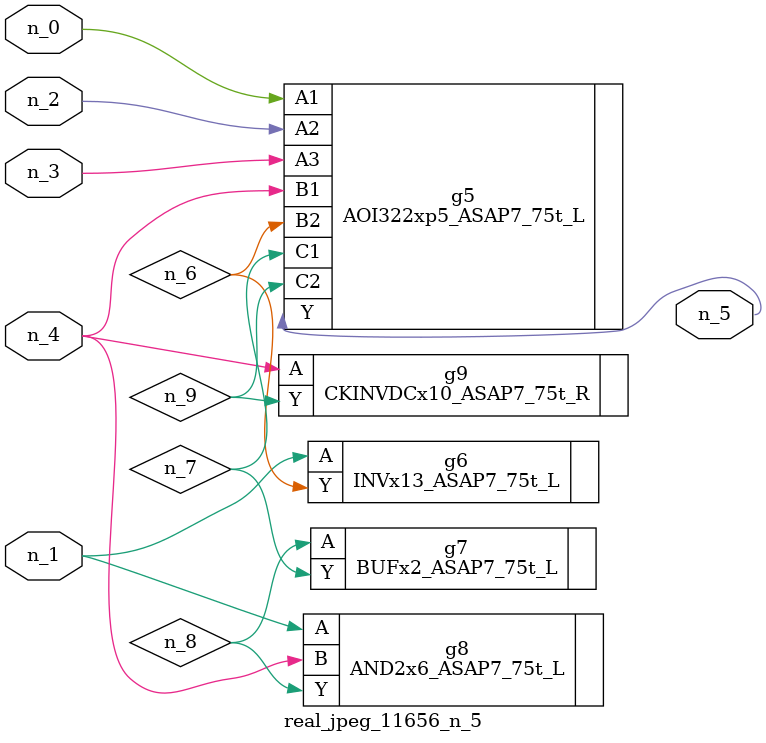
<source format=v>
module real_jpeg_11656_n_5 (n_4, n_0, n_1, n_2, n_3, n_5);

input n_4;
input n_0;
input n_1;
input n_2;
input n_3;

output n_5;

wire n_8;
wire n_6;
wire n_7;
wire n_9;

AOI322xp5_ASAP7_75t_L g5 ( 
.A1(n_0),
.A2(n_2),
.A3(n_3),
.B1(n_4),
.B2(n_6),
.C1(n_7),
.C2(n_9),
.Y(n_5)
);

INVx13_ASAP7_75t_L g6 ( 
.A(n_1),
.Y(n_6)
);

AND2x6_ASAP7_75t_L g8 ( 
.A(n_1),
.B(n_4),
.Y(n_8)
);

CKINVDCx10_ASAP7_75t_R g9 ( 
.A(n_4),
.Y(n_9)
);

BUFx2_ASAP7_75t_L g7 ( 
.A(n_8),
.Y(n_7)
);


endmodule
</source>
